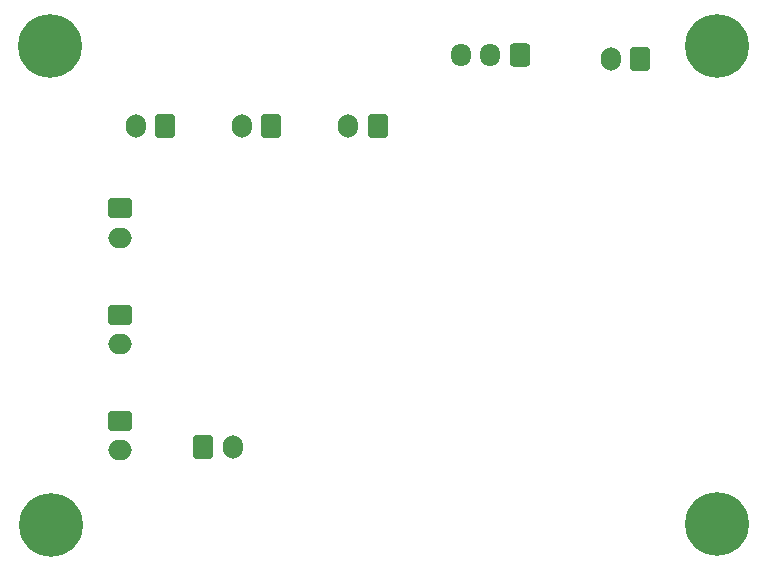
<source format=gbr>
%TF.GenerationSoftware,KiCad,Pcbnew,(7.0.0)*%
%TF.CreationDate,2023-10-25T22:20:09+02:00*%
%TF.ProjectId,ProjetA,50726f6a-6574-4412-9e6b-696361645f70,rev?*%
%TF.SameCoordinates,Original*%
%TF.FileFunction,Soldermask,Bot*%
%TF.FilePolarity,Negative*%
%FSLAX46Y46*%
G04 Gerber Fmt 4.6, Leading zero omitted, Abs format (unit mm)*
G04 Created by KiCad (PCBNEW (7.0.0)) date 2023-10-25 22:20:09*
%MOMM*%
%LPD*%
G01*
G04 APERTURE LIST*
G04 Aperture macros list*
%AMRoundRect*
0 Rectangle with rounded corners*
0 $1 Rounding radius*
0 $2 $3 $4 $5 $6 $7 $8 $9 X,Y pos of 4 corners*
0 Add a 4 corners polygon primitive as box body*
4,1,4,$2,$3,$4,$5,$6,$7,$8,$9,$2,$3,0*
0 Add four circle primitives for the rounded corners*
1,1,$1+$1,$2,$3*
1,1,$1+$1,$4,$5*
1,1,$1+$1,$6,$7*
1,1,$1+$1,$8,$9*
0 Add four rect primitives between the rounded corners*
20,1,$1+$1,$2,$3,$4,$5,0*
20,1,$1+$1,$4,$5,$6,$7,0*
20,1,$1+$1,$6,$7,$8,$9,0*
20,1,$1+$1,$8,$9,$2,$3,0*%
G04 Aperture macros list end*
%ADD10RoundRect,0.250000X0.600000X0.750000X-0.600000X0.750000X-0.600000X-0.750000X0.600000X-0.750000X0*%
%ADD11O,1.700000X2.000000*%
%ADD12C,0.800000*%
%ADD13C,5.400000*%
%ADD14RoundRect,0.250000X-0.750000X0.600000X-0.750000X-0.600000X0.750000X-0.600000X0.750000X0.600000X0*%
%ADD15O,2.000000X1.700000*%
%ADD16RoundRect,0.250000X-0.600000X-0.750000X0.600000X-0.750000X0.600000X0.750000X-0.600000X0.750000X0*%
%ADD17RoundRect,0.250000X0.600000X0.725000X-0.600000X0.725000X-0.600000X-0.725000X0.600000X-0.725000X0*%
%ADD18O,1.700000X1.950000*%
G04 APERTURE END LIST*
D10*
%TO.C,J11*%
X105250000Y-58250000D03*
D11*
X102749999Y-58249999D03*
%TD*%
D10*
%TO.C,J10*%
X96250000Y-58250000D03*
D11*
X93749999Y-58249999D03*
%TD*%
D12*
%TO.C,H4*%
X84593109Y-92031891D03*
X85186218Y-90600000D03*
X85186218Y-93463782D03*
X86618109Y-90006891D03*
D13*
X86618109Y-92031891D03*
D12*
X86618109Y-94056891D03*
X88050000Y-90600000D03*
X88050000Y-93463782D03*
X88643109Y-92031891D03*
%TD*%
%TO.C,H2*%
X140950000Y-51500000D03*
X141543109Y-50068109D03*
X141543109Y-52931891D03*
X142975000Y-49475000D03*
D13*
X142975000Y-51500000D03*
D12*
X142975000Y-53525000D03*
X144406891Y-50068109D03*
X144406891Y-52931891D03*
X145000000Y-51500000D03*
%TD*%
D10*
%TO.C,J12*%
X114250000Y-58250000D03*
D11*
X111749999Y-58249999D03*
%TD*%
D12*
%TO.C,H1*%
X84493109Y-51481891D03*
X85086218Y-50050000D03*
X85086218Y-52913782D03*
X86518109Y-49456891D03*
D13*
X86518109Y-51481891D03*
D12*
X86518109Y-53506891D03*
X87950000Y-50050000D03*
X87950000Y-52913782D03*
X88543109Y-51481891D03*
%TD*%
D14*
%TO.C,J9*%
X92450000Y-65250000D03*
D15*
X92449999Y-67749999D03*
%TD*%
D10*
%TO.C,J4*%
X136500000Y-52600000D03*
D11*
X133999999Y-52599999D03*
%TD*%
D16*
%TO.C,J6*%
X99500000Y-85500000D03*
D11*
X101999999Y-85499999D03*
%TD*%
D14*
%TO.C,J7*%
X92450000Y-83250000D03*
D15*
X92449999Y-85749999D03*
%TD*%
D12*
%TO.C,H3*%
X140950000Y-91950000D03*
X141543109Y-90518109D03*
X141543109Y-93381891D03*
X142975000Y-89925000D03*
D13*
X142975000Y-91950000D03*
D12*
X142975000Y-93975000D03*
X144406891Y-90518109D03*
X144406891Y-93381891D03*
X145000000Y-91950000D03*
%TD*%
D17*
%TO.C,J2*%
X126300000Y-52300000D03*
D18*
X123799999Y-52299999D03*
X121299999Y-52299999D03*
%TD*%
D14*
%TO.C,J8*%
X92450000Y-74250000D03*
D15*
X92449999Y-76749999D03*
%TD*%
M02*

</source>
